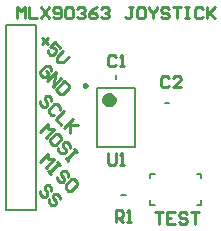
<source format=gbr>
%FSTAX23Y23*%
%MOIN*%
%SFA1B1*%

%IPPOS*%
%ADD20C,0.009843*%
%ADD21C,0.023622*%
%ADD22C,0.005905*%
%ADD23C,0.007874*%
%ADD24C,0.010000*%
%LNpcb1_legend_top-1*%
%LPD*%
G54D20*
X-00098Y00107D02*
D01*
X-00098Y00107*
X-00098Y00108*
X-00098Y00108*
X-00098Y00108*
X-00098Y00109*
X-00098Y00109*
X-00099Y00109*
X-00099Y0011*
X-00099Y0011*
X-00099Y0011*
X-00099Y0011*
X-001Y00111*
X-001Y00111*
X-001Y00111*
X-001Y00111*
X-00101Y00111*
X-00101Y00112*
X-00101Y00112*
X-00102Y00112*
X-00102Y00112*
X-00102Y00112*
X-00103Y00112*
X-00103*
X-00103Y00112*
X-00104Y00112*
X-00104Y00112*
X-00104Y00112*
X-00105Y00112*
X-00105Y00111*
X-00105Y00111*
X-00106Y00111*
X-00106Y00111*
X-00106Y00111*
X-00106Y0011*
X-00107Y0011*
X-00107Y0011*
X-00107Y0011*
X-00107Y00109*
X-00107Y00109*
X-00107Y00109*
X-00108Y00108*
X-00108Y00108*
X-00108Y00108*
X-00108Y00107*
X-00108Y00107*
X-00108Y00107*
X-00108Y00106*
X-00108Y00106*
X-00108Y00106*
X-00107Y00105*
X-00107Y00105*
X-00107Y00105*
X-00107Y00104*
X-00107Y00104*
X-00107Y00104*
X-00106Y00104*
X-00106Y00103*
X-00106Y00103*
X-00106Y00103*
X-00105Y00103*
X-00105Y00103*
X-00105Y00102*
X-00104Y00102*
X-00104Y00102*
X-00104Y00102*
X-00103Y00102*
X-00103Y00102*
X-00103*
X-00102Y00102*
X-00102Y00102*
X-00102Y00102*
X-00101Y00102*
X-00101Y00102*
X-00101Y00103*
X-001Y00103*
X-001Y00103*
X-001Y00103*
X-001Y00103*
X-00099Y00104*
X-00099Y00104*
X-00099Y00104*
X-00099Y00104*
X-00099Y00105*
X-00098Y00105*
X-00098Y00105*
X-00098Y00106*
X-00098Y00106*
X-00098Y00106*
X-00098Y00107*
X-00098Y00107*
G54D21*
X-00011Y00059D02*
D01*
X-00011Y00059*
X-00011Y0006*
X-00012Y00061*
X-00012Y00062*
X-00012Y00063*
X-00012Y00063*
X-00013Y00064*
X-00013Y00065*
X-00014Y00065*
X-00014Y00066*
X-00015Y00067*
X-00015Y00067*
X-00016Y00068*
X-00017Y00068*
X-00017Y00069*
X-00018Y00069*
X-00019Y0007*
X-00019Y0007*
X-0002Y0007*
X-00021Y0007*
X-00022Y0007*
X-00023Y0007*
X-00024*
X-00024Y0007*
X-00025Y0007*
X-00026Y0007*
X-00027Y0007*
X-00028Y0007*
X-00028Y00069*
X-00029Y00069*
X-0003Y00068*
X-0003Y00068*
X-00031Y00067*
X-00032Y00067*
X-00032Y00066*
X-00033Y00065*
X-00033Y00065*
X-00034Y00064*
X-00034Y00063*
X-00034Y00063*
X-00034Y00062*
X-00035Y00061*
X-00035Y0006*
X-00035Y00059*
X-00035Y00059*
X-00035Y00058*
X-00035Y00057*
X-00035Y00056*
X-00034Y00055*
X-00034Y00055*
X-00034Y00054*
X-00034Y00053*
X-00033Y00052*
X-00033Y00052*
X-00032Y00051*
X-00032Y0005*
X-00031Y0005*
X-0003Y00049*
X-0003Y00049*
X-00029Y00048*
X-00028Y00048*
X-00028Y00048*
X-00027Y00047*
X-00026Y00047*
X-00025Y00047*
X-00024Y00047*
X-00024Y00047*
X-00023*
X-00022Y00047*
X-00021Y00047*
X-0002Y00047*
X-00019Y00047*
X-00019Y00048*
X-00018Y00048*
X-00017Y00048*
X-00017Y00049*
X-00016Y00049*
X-00015Y0005*
X-00015Y0005*
X-00014Y00051*
X-00014Y00052*
X-00013Y00052*
X-00013Y00053*
X-00012Y00054*
X-00012Y00055*
X-00012Y00055*
X-00012Y00056*
X-00011Y00057*
X-00011Y00058*
X-00011Y00059*
G54D22*
X00017Y-0026D02*
X00032D01*
X00162Y00047D02*
X00177D01*
X0Y00127D02*
Y00142D01*
G54D23*
X00269Y-00292D02*
X00285D01*
Y-00276*
X00114Y-00292D02*
Y-00276D01*
Y-00292D02*
X0013D01*
X00285Y-00203D02*
Y-00187D01*
X00269D02*
X00285D01*
X00114Y-00187D02*
X0013D01*
X00114Y-00202D02*
Y-00187D01*
X-00062Y-00098D02*
Y00098D01*
X00062Y-00098D02*
Y00098D01*
X-00062D02*
X00062D01*
X-00062Y-00098D02*
X00062D01*
X-00365Y-00307D02*
X-00265D01*
X-00365D02*
Y00307D01*
X-00265*
Y-00307D02*
Y00307D01*
G54D24*
X-00215Y-00245D02*
Y-00235D01*
X-00224Y-00226*
X-00233*
X-00238Y-00231*
Y-0024*
X-00229Y-0025*
Y-00259*
X-00233Y-00264*
X-00243*
X-00252Y-00254*
Y-00245*
X-00186Y-00273D02*
Y-00264D01*
X-00196Y-00254*
X-00205*
X-0021Y-00259*
Y-00268*
X-00201Y-00278*
Y-00287*
X-00205Y-00292*
X-00215*
X-00224Y-00282*
Y-00273*
X-00253Y-0015D02*
X-00225Y-00121D01*
Y-0014*
X-00206*
X-00234Y-00168*
X-00197Y-0015D02*
X-00187Y-00159D01*
X-00192Y-00154*
X-0022Y-00182*
X-00225Y-00178*
X-00215Y-00187*
X-00159Y-00197D02*
Y-00187D01*
X-00168Y-00178*
X-00178*
X-00182Y-00182*
Y-00192*
X-00173Y-00201*
Y-00211*
X-00178Y-00215*
X-00187*
X-00197Y-00206*
Y-00197*
X-00131Y-00215D02*
X-0014Y-00206D01*
X-00149*
X-00168Y-00225*
Y-00234*
X-00159Y-00244*
X-00149*
X-00131Y-00225*
Y-00215*
X-00253Y-0005D02*
X-00225Y-00021D01*
Y-0004*
X-00206*
X-00234Y-00068*
X-00182Y-00064D02*
X-00192Y-00054D01*
X-00201*
X-0022Y-00073*
Y-00082*
X-00211Y-00092*
X-00201*
X-00182Y-00073*
Y-00064*
X-00154Y-00101D02*
Y-00092D01*
X-00164Y-00082*
X-00173*
X-00178Y-00087*
Y-00097*
X-00168Y-00106*
Y-00115*
X-00173Y-0012*
X-00182*
X-00192Y-00111*
Y-00101*
X-0014Y-00106D02*
X-00131Y-00115D01*
X-00135Y-00111*
X-00164Y-00139*
X-00168Y-00134*
X-00159Y-00144*
X-00215Y00054D02*
Y00064D01*
X-00224Y00073*
X-00233*
X-00238Y00068*
Y00059*
X-00229Y0005*
Y0004*
X-00233Y00035*
X-00243*
X-00252Y00045*
Y00054*
X-00186Y00026D02*
Y00035D01*
X-00196Y00045*
X-00205*
X-00224Y00026*
Y00017*
X-00215Y00007*
X-00205*
X-00172Y00021D02*
X-00201Y-00006D01*
X-00182Y-00025*
X-00144Y-00006D02*
X-00172Y-00034D01*
X-00163Y-00025*
X-00125*
X-00153*
Y-00053*
X-00215Y00154D02*
Y00164D01*
X-00224Y00173*
X-00233*
X-00252Y00154*
Y00145*
X-00243Y00135*
X-00233*
X-00224Y00145*
X-00233Y00154*
X-00229Y00121D02*
X-00201Y0015D01*
X-0021Y00102*
X-00182Y00131*
X-00172Y00121D02*
X-00201Y00093D01*
X-00186Y00079*
X-00177*
X-00158Y00098*
Y00107*
X-00172Y00121*
X-00247Y00264D02*
X-00228Y00245D01*
Y00264D02*
X-00247Y00245D01*
X-00186Y00231D02*
X-00204Y0025D01*
X-00219Y00235*
X-00204Y00231*
X-002Y00226*
Y00217*
X-00209Y00207*
X-00219*
X-00228Y00217*
Y00226*
X-00176Y00221D02*
X-00195Y00202D01*
Y00184*
X-00176*
X-00157Y00202*
X-0033Y0033D02*
Y00369D01*
X-00316Y00356*
X-00303Y00369*
Y0033*
X-0029Y00369D02*
Y0033D01*
X-00263*
X-0025Y00369D02*
X-00223Y0033D01*
Y00369D02*
X-0025Y0033D01*
X-0021Y00336D02*
X-00203Y0033D01*
X-0019*
X-00183Y00336*
Y00363*
X-0019Y00369*
X-00203*
X-0021Y00363*
Y00356*
X-00203Y00349*
X-00183*
X-0017Y00363D02*
X-00163Y00369D01*
X-0015*
X-00143Y00363*
Y00336*
X-0015Y0033*
X-00163*
X-0017Y00336*
Y00363*
X-0013D02*
X-00123Y00369D01*
X-0011*
X-00103Y00363*
Y00356*
X-0011Y00349*
X-00116*
X-0011*
X-00103Y00343*
Y00336*
X-0011Y0033*
X-00123*
X-0013Y00336*
X-00063Y00369D02*
X-00076Y00363D01*
X-0009Y00349*
Y00336*
X-00083Y0033*
X-0007*
X-00063Y00336*
Y00343*
X-0007Y00349*
X-0009*
X-0005Y00363D02*
X-00043Y00369D01*
X-0003*
X-00023Y00363*
Y00356*
X-0003Y00349*
X-00036*
X-0003*
X-00023Y00343*
Y00336*
X-0003Y0033*
X-00043*
X-0005Y00336*
X00056Y00369D02*
X00043D01*
X00049*
Y00336*
X00043Y0033*
X00036*
X00029Y00336*
X00089Y00369D02*
X00076D01*
X00069Y00363*
Y00336*
X00076Y0033*
X00089*
X00096Y00336*
Y00363*
X00089Y00369*
X00109D02*
Y00363D01*
X00123Y00349*
X00136Y00363*
Y00369*
X00123Y00349D02*
Y0033D01*
X00176Y00363D02*
X00169Y00369D01*
X00156*
X00149Y00363*
Y00356*
X00156Y00349*
X00169*
X00176Y00343*
Y00336*
X00169Y0033*
X00156*
X00149Y00336*
X00189Y00369D02*
X00216D01*
X00203*
Y0033*
X00229Y00369D02*
X00243D01*
X00236*
Y0033*
X00229*
X00243*
X00289Y00363D02*
X00283Y00369D01*
X00269*
X00263Y00363*
Y00336*
X00269Y0033*
X00283*
X00289Y00336*
X00303Y00369D02*
Y0033D01*
Y00343*
X00329Y00369*
X00309Y00349*
X00329Y0033*
X0013Y-00315D02*
X00156D01*
X00143*
Y-00355*
X00196Y-00315D02*
X00169D01*
Y-00355*
X00196*
X00169Y-00335D02*
X00183D01*
X00236Y-00321D02*
X00229Y-00315D01*
X00216*
X00209Y-00321*
Y-00328*
X00216Y-00335*
X00229*
X00236Y-00341*
Y-00348*
X00229Y-00355*
X00216*
X00209Y-00348*
X00249Y-00315D02*
X00276D01*
X00263*
Y-00355*
X-00001Y-00347D02*
Y-00307D01*
X00018*
X00025Y-00314*
Y-00327*
X00018Y-00334*
X-00001*
X00011D02*
X00025Y-00347D01*
X00038D02*
X00051D01*
X00044*
Y-00307*
X00038Y-00314*
X-00026Y-0012D02*
Y-00153D01*
X-00019Y-00159*
X-00006*
X0Y-00153*
Y-0012*
X00013Y-00159D02*
X00026D01*
X00019*
Y-0012*
X00013Y-00126*
X00178Y00133D02*
X00171Y00139D01*
X00158*
X00151Y00133*
Y00106*
X00158Y001*
X00171*
X00178Y00106*
X00218Y001D02*
X00191D01*
X00218Y00126*
Y00133*
X00211Y00139*
X00198*
X00191Y00133*
X0Y00203D02*
X-00006Y00209D01*
X-00019*
X-00026Y00203*
Y00176*
X-00019Y0017*
X-00006*
X0Y00176*
X00013Y0017D02*
X00026D01*
X00019*
Y00209*
X00013Y00203*
M02*
</source>
